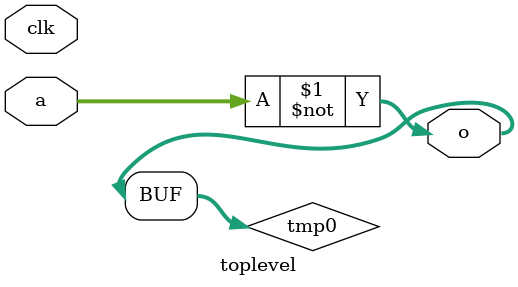
<source format=v>

module toplevel(clk, a, o);
    input clk;
    input[7:0] a;
    output[7:0] o;

    wire[7:0] tmp0;

    // Combinational
    assign o = tmp0;
    assign tmp0 = ~a;

endmodule


</source>
